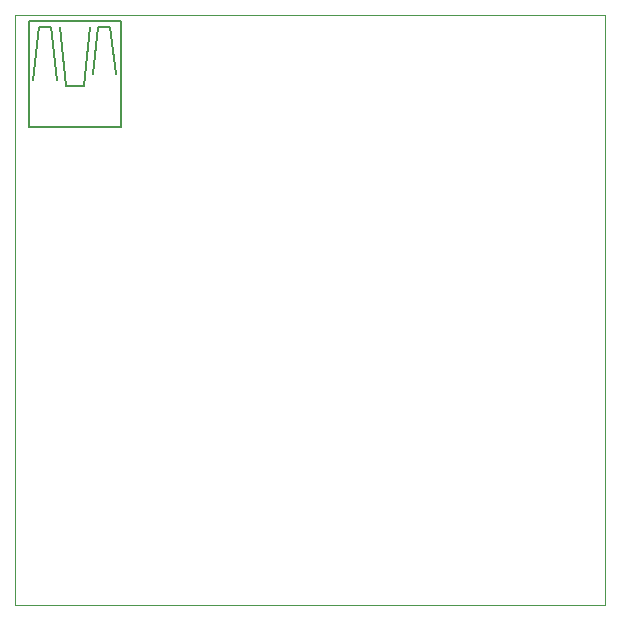
<source format=gbo>
G75*
G70*
%OFA0B0*%
%FSLAX24Y24*%
%IPPOS*%
%LPD*%
%AMOC8*
5,1,8,0,0,1.08239X$1,22.5*
%
%ADD10C,0.0000*%
%ADD11C,0.0050*%
D10*
X000917Y000252D02*
X000917Y019937D01*
X020602Y019937D01*
X020602Y000252D01*
X000917Y000252D01*
D11*
X001382Y016185D02*
X001382Y019728D01*
X004453Y019728D01*
X004453Y016185D01*
X001382Y016185D01*
X002622Y017563D02*
X002425Y019531D01*
X002130Y019531D02*
X002327Y017760D01*
X002622Y017563D02*
X003212Y017563D01*
X003409Y019531D01*
X003705Y019531D02*
X003508Y017957D01*
X004295Y017957D02*
X004098Y019531D01*
X003705Y019531D01*
X002130Y019531D02*
X001736Y019531D01*
X001539Y017760D01*
M02*

</source>
